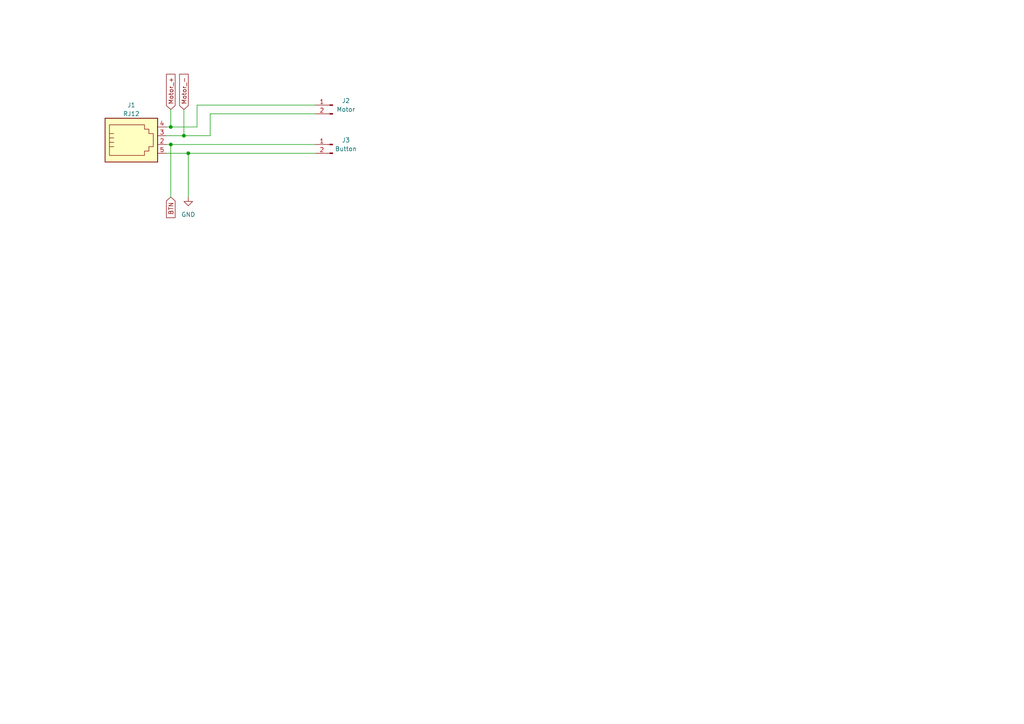
<source format=kicad_sch>
(kicad_sch (version 20231120) (generator "eeschema") (generator_version "8.0")
  (paper "A4")
  (title_block (company "chof.org"))
  (lib_symbols
    (symbol "Chof747 Connectors:RJ12" (pin_names (offset 1.016))
      (property "Reference" "J" (at -5.08 8.89 0))
      (property "Value" "RJ12" (at 2.54 8.89 0))
      (symbol "RJ12_0_1"
        (polyline (pts (xy -6.35 -0.635) (xy -5.08 -0.635) (xy -5.08 -0.635)))
        (polyline (pts (xy -6.35 0.635) (xy -5.08 0.635) (xy -5.08 0.635)))
        (polyline (pts (xy -6.35 1.905) (xy -5.08 1.905) (xy -5.08 1.905)))
        (polyline (pts (xy -6.35 3.175) (xy -5.08 3.175) (xy -5.08 3.175)))
        (polyline (pts (xy -6.35 -3.175) (xy -6.35 5.715) (xy -1.27 5.715) (xy 3.81 5.715) (xy 3.81 4.445) (xy 5.08 4.445) (xy 5.08 3.175) (xy 6.35 3.175) (xy 6.35 -0.635) (xy 5.08 -0.635) (xy 5.08 -1.905) (xy 3.81 -1.905) (xy 3.81 -3.175) (xy -6.35 -3.175) (xy -6.35 -3.175)))
        (rectangle (start 7.62 7.62) (end -7.62 -5.08) (stroke (width 0.254)) (fill (type background)))
      )
      (symbol "RJ12_1_1"
        (pin passive line (at 10.16 0 180) (length 2.54) (name "~") (number "2"))
        (pin passive line (at 10.16 2.54 180) (length 2.54) (name "~") (number "3"))
        (pin passive line (at 10.16 5.08 180) (length 2.54) (name "~") (number "4"))
        (pin passive line (at 10.16 -2.54 180) (length 2.54) (name "~") (number "5"))
      )
    )
    (symbol "Connector:Conn_01x02_Pin" (pin_names (offset 1.016) hide)
      (property "Reference" "J" (at 0 2.54 0))
      (property "Value" "Conn_01x02_Pin" (at 0 -5.08 0))
      (symbol "Conn_01x02_Pin_1_1"
        (polyline (pts (xy 1.27 -2.54) (xy 0.8636 -2.54)) (stroke (width 0.1524)))
        (polyline (pts (xy 1.27 0) (xy 0.8636 0)) (stroke (width 0.1524)))
        (rectangle (start 0.8636 -2.413) (end 0 -2.667) (stroke (width 0.1524)) (fill (type outline)))
        (rectangle (start 0.8636 0.127) (end 0 -0.127) (stroke (width 0.1524)) (fill (type outline)))
        (pin passive line (at 5.08 0 180) (length 3.81) (name "Pin_1") (number "1"))
        (pin passive line (at 5.08 -2.54 180) (length 3.81) (name "Pin_2") (number "2"))
      )
    )
    (symbol "power:GND" (power) (pin_numbers hide) (pin_names (offset 0) hide)
      (property "Value" "GND" (at 0 -3.81 0))
      (symbol "GND_0_1"
        (polyline (pts (xy 0 0) (xy 0 -1.27) (xy 1.27 -1.27) (xy 0 -2.54) (xy -1.27 -1.27) (xy 0 -1.27)))
      )
      (symbol "GND_1_1"
        (pin power_in line (at 0 0 270) (length 0) (name "~") (number "1"))
      )
    )
  )
  (junction (at 53.34 39.37))
  (junction (at 49.53 41.91))
  (junction (at 49.53 36.83))
  (junction (at 54.61 44.45))
  (wire (pts (xy 49.53 57.15) (xy 49.53 41.91)))
  (wire (pts (xy 49.53 31.75) (xy 49.53 36.83)))
  (wire (pts (xy 48.26 39.37) (xy 53.34 39.37)))
  (wire (pts (xy 49.53 36.83) (xy 57.15 36.83)))
  (wire (pts (xy 60.96 39.37) (xy 60.96 33.02)))
  (wire (pts (xy 57.15 36.83) (xy 57.15 30.48)))
  (wire (pts (xy 54.61 44.45) (xy 54.61 57.15)))
  (wire (pts (xy 53.34 31.75) (xy 53.34 39.37)))
  (wire (pts (xy 48.26 41.91) (xy 49.53 41.91)))
  (wire (pts (xy 48.26 44.45) (xy 54.61 44.45)))
  (wire (pts (xy 49.53 41.91) (xy 91.44 41.91)))
  (wire (pts (xy 57.15 30.48) (xy 91.44 30.48)))
  (wire (pts (xy 54.61 44.45) (xy 91.44 44.45)))
  (wire (pts (xy 53.34 39.37) (xy 60.96 39.37)))
  (wire (pts (xy 60.96 33.02) (xy 91.44 33.02)))
  (wire (pts (xy 48.26 36.83) (xy 49.53 36.83)))
  (global_label "Motor_+" (shape input) (at 49.53 31.75 90) (property "Intersheetrefs" "${INTERSHEET_REFS}" (effects (hide yes))))
  (global_label "Motor_-" (shape input) (at 53.34 31.75 90) (property "Intersheetrefs" "${INTERSHEET_REFS}" (effects (hide yes))))
  (global_label "BTN" (shape input) (at 49.53 57.15 270) (property "Intersheetrefs" "${INTERSHEET_REFS}" (effects (hide yes))))
  (symbol (lib_id "Chof747 Connectors:RJ12") (at 38.1 41.91 0) (unit 1)
    (property "Reference" "J1" (at 38.1 30.48 0))
    (property "Value" "RJ12" (at 38.1 33.02 0))
    (property "Footprint" "Connector_RJ:RJ12_Amphenol_54601" (effects (hide yes)))
  )
  (symbol (lib_id "Connector:Conn_01x02_Pin") (at 96.52 30.48 0) (mirror y) (unit 1)
    (property "Reference" "J2" (at 100.33 29.21 0))
    (property "Value" "Motor" (at 100.33 31.75 0))
    (property "Footprint" "Connector_PinHeader_2.54mm:PinHeader_1x02_P2.54mm_Horizontal" (effects (hide yes)))
  )
  (symbol (lib_id "power:GND") (at 54.61 57.15 0) (unit 1)
    (property "Reference" "#PWR01" (effects (hide yes)))
    (property "Value" "GND" (at 54.61 62.23 0))
    (property "Description" "Power symbol creates a global label with name \"GND\" , ground" (effects (hide yes)))
  )
  (symbol (lib_id "Connector:Conn_01x02_Pin") (at 96.52 41.91 0) (mirror y) (unit 1)
    (property "Reference" "J3" (at 100.33 40.64 0))
    (property "Value" "Button" (at 100.33 43.18 0))
    (property "Footprint" "Connector_PinHeader_2.54mm:PinHeader_1x02_P2.54mm_Horizontal" (effects (hide yes)))
  )
)
</source>
